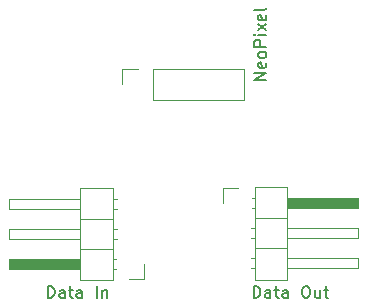
<source format=gto>
G04 #@! TF.GenerationSoftware,KiCad,Pcbnew,9.0.2*
G04 #@! TF.CreationDate,2025-07-05T11:04:00-07:00*
G04 #@! TF.ProjectId,Passive,50617373-6976-4652-9e6b-696361645f70,rev?*
G04 #@! TF.SameCoordinates,Original*
G04 #@! TF.FileFunction,Legend,Top*
G04 #@! TF.FilePolarity,Positive*
%FSLAX46Y46*%
G04 Gerber Fmt 4.6, Leading zero omitted, Abs format (unit mm)*
G04 Created by KiCad (PCBNEW 9.0.2) date 2025-07-05 11:04:00*
%MOMM*%
%LPD*%
G01*
G04 APERTURE LIST*
%ADD10C,0.150000*%
%ADD11C,0.120000*%
%ADD12C,2.700000*%
%ADD13R,1.700000X1.700000*%
%ADD14C,1.700000*%
G04 APERTURE END LIST*
D10*
X140976190Y-93954819D02*
X140976190Y-92954819D01*
X140976190Y-92954819D02*
X141214285Y-92954819D01*
X141214285Y-92954819D02*
X141357142Y-93002438D01*
X141357142Y-93002438D02*
X141452380Y-93097676D01*
X141452380Y-93097676D02*
X141499999Y-93192914D01*
X141499999Y-93192914D02*
X141547618Y-93383390D01*
X141547618Y-93383390D02*
X141547618Y-93526247D01*
X141547618Y-93526247D02*
X141499999Y-93716723D01*
X141499999Y-93716723D02*
X141452380Y-93811961D01*
X141452380Y-93811961D02*
X141357142Y-93907200D01*
X141357142Y-93907200D02*
X141214285Y-93954819D01*
X141214285Y-93954819D02*
X140976190Y-93954819D01*
X142404761Y-93954819D02*
X142404761Y-93431009D01*
X142404761Y-93431009D02*
X142357142Y-93335771D01*
X142357142Y-93335771D02*
X142261904Y-93288152D01*
X142261904Y-93288152D02*
X142071428Y-93288152D01*
X142071428Y-93288152D02*
X141976190Y-93335771D01*
X142404761Y-93907200D02*
X142309523Y-93954819D01*
X142309523Y-93954819D02*
X142071428Y-93954819D01*
X142071428Y-93954819D02*
X141976190Y-93907200D01*
X141976190Y-93907200D02*
X141928571Y-93811961D01*
X141928571Y-93811961D02*
X141928571Y-93716723D01*
X141928571Y-93716723D02*
X141976190Y-93621485D01*
X141976190Y-93621485D02*
X142071428Y-93573866D01*
X142071428Y-93573866D02*
X142309523Y-93573866D01*
X142309523Y-93573866D02*
X142404761Y-93526247D01*
X142738095Y-93288152D02*
X143119047Y-93288152D01*
X142880952Y-92954819D02*
X142880952Y-93811961D01*
X142880952Y-93811961D02*
X142928571Y-93907200D01*
X142928571Y-93907200D02*
X143023809Y-93954819D01*
X143023809Y-93954819D02*
X143119047Y-93954819D01*
X143880952Y-93954819D02*
X143880952Y-93431009D01*
X143880952Y-93431009D02*
X143833333Y-93335771D01*
X143833333Y-93335771D02*
X143738095Y-93288152D01*
X143738095Y-93288152D02*
X143547619Y-93288152D01*
X143547619Y-93288152D02*
X143452381Y-93335771D01*
X143880952Y-93907200D02*
X143785714Y-93954819D01*
X143785714Y-93954819D02*
X143547619Y-93954819D01*
X143547619Y-93954819D02*
X143452381Y-93907200D01*
X143452381Y-93907200D02*
X143404762Y-93811961D01*
X143404762Y-93811961D02*
X143404762Y-93716723D01*
X143404762Y-93716723D02*
X143452381Y-93621485D01*
X143452381Y-93621485D02*
X143547619Y-93573866D01*
X143547619Y-93573866D02*
X143785714Y-93573866D01*
X143785714Y-93573866D02*
X143880952Y-93526247D01*
X145119048Y-93954819D02*
X145119048Y-92954819D01*
X145595238Y-93288152D02*
X145595238Y-93954819D01*
X145595238Y-93383390D02*
X145642857Y-93335771D01*
X145642857Y-93335771D02*
X145738095Y-93288152D01*
X145738095Y-93288152D02*
X145880952Y-93288152D01*
X145880952Y-93288152D02*
X145976190Y-93335771D01*
X145976190Y-93335771D02*
X146023809Y-93431009D01*
X146023809Y-93431009D02*
X146023809Y-93954819D01*
X158404761Y-93954819D02*
X158404761Y-92954819D01*
X158404761Y-92954819D02*
X158642856Y-92954819D01*
X158642856Y-92954819D02*
X158785713Y-93002438D01*
X158785713Y-93002438D02*
X158880951Y-93097676D01*
X158880951Y-93097676D02*
X158928570Y-93192914D01*
X158928570Y-93192914D02*
X158976189Y-93383390D01*
X158976189Y-93383390D02*
X158976189Y-93526247D01*
X158976189Y-93526247D02*
X158928570Y-93716723D01*
X158928570Y-93716723D02*
X158880951Y-93811961D01*
X158880951Y-93811961D02*
X158785713Y-93907200D01*
X158785713Y-93907200D02*
X158642856Y-93954819D01*
X158642856Y-93954819D02*
X158404761Y-93954819D01*
X159833332Y-93954819D02*
X159833332Y-93431009D01*
X159833332Y-93431009D02*
X159785713Y-93335771D01*
X159785713Y-93335771D02*
X159690475Y-93288152D01*
X159690475Y-93288152D02*
X159499999Y-93288152D01*
X159499999Y-93288152D02*
X159404761Y-93335771D01*
X159833332Y-93907200D02*
X159738094Y-93954819D01*
X159738094Y-93954819D02*
X159499999Y-93954819D01*
X159499999Y-93954819D02*
X159404761Y-93907200D01*
X159404761Y-93907200D02*
X159357142Y-93811961D01*
X159357142Y-93811961D02*
X159357142Y-93716723D01*
X159357142Y-93716723D02*
X159404761Y-93621485D01*
X159404761Y-93621485D02*
X159499999Y-93573866D01*
X159499999Y-93573866D02*
X159738094Y-93573866D01*
X159738094Y-93573866D02*
X159833332Y-93526247D01*
X160166666Y-93288152D02*
X160547618Y-93288152D01*
X160309523Y-92954819D02*
X160309523Y-93811961D01*
X160309523Y-93811961D02*
X160357142Y-93907200D01*
X160357142Y-93907200D02*
X160452380Y-93954819D01*
X160452380Y-93954819D02*
X160547618Y-93954819D01*
X161309523Y-93954819D02*
X161309523Y-93431009D01*
X161309523Y-93431009D02*
X161261904Y-93335771D01*
X161261904Y-93335771D02*
X161166666Y-93288152D01*
X161166666Y-93288152D02*
X160976190Y-93288152D01*
X160976190Y-93288152D02*
X160880952Y-93335771D01*
X161309523Y-93907200D02*
X161214285Y-93954819D01*
X161214285Y-93954819D02*
X160976190Y-93954819D01*
X160976190Y-93954819D02*
X160880952Y-93907200D01*
X160880952Y-93907200D02*
X160833333Y-93811961D01*
X160833333Y-93811961D02*
X160833333Y-93716723D01*
X160833333Y-93716723D02*
X160880952Y-93621485D01*
X160880952Y-93621485D02*
X160976190Y-93573866D01*
X160976190Y-93573866D02*
X161214285Y-93573866D01*
X161214285Y-93573866D02*
X161309523Y-93526247D01*
X162738095Y-92954819D02*
X162928571Y-92954819D01*
X162928571Y-92954819D02*
X163023809Y-93002438D01*
X163023809Y-93002438D02*
X163119047Y-93097676D01*
X163119047Y-93097676D02*
X163166666Y-93288152D01*
X163166666Y-93288152D02*
X163166666Y-93621485D01*
X163166666Y-93621485D02*
X163119047Y-93811961D01*
X163119047Y-93811961D02*
X163023809Y-93907200D01*
X163023809Y-93907200D02*
X162928571Y-93954819D01*
X162928571Y-93954819D02*
X162738095Y-93954819D01*
X162738095Y-93954819D02*
X162642857Y-93907200D01*
X162642857Y-93907200D02*
X162547619Y-93811961D01*
X162547619Y-93811961D02*
X162500000Y-93621485D01*
X162500000Y-93621485D02*
X162500000Y-93288152D01*
X162500000Y-93288152D02*
X162547619Y-93097676D01*
X162547619Y-93097676D02*
X162642857Y-93002438D01*
X162642857Y-93002438D02*
X162738095Y-92954819D01*
X164023809Y-93288152D02*
X164023809Y-93954819D01*
X163595238Y-93288152D02*
X163595238Y-93811961D01*
X163595238Y-93811961D02*
X163642857Y-93907200D01*
X163642857Y-93907200D02*
X163738095Y-93954819D01*
X163738095Y-93954819D02*
X163880952Y-93954819D01*
X163880952Y-93954819D02*
X163976190Y-93907200D01*
X163976190Y-93907200D02*
X164023809Y-93859580D01*
X164357143Y-93288152D02*
X164738095Y-93288152D01*
X164500000Y-92954819D02*
X164500000Y-93811961D01*
X164500000Y-93811961D02*
X164547619Y-93907200D01*
X164547619Y-93907200D02*
X164642857Y-93954819D01*
X164642857Y-93954819D02*
X164738095Y-93954819D01*
X159459819Y-75499999D02*
X158459819Y-75499999D01*
X158459819Y-75499999D02*
X159459819Y-74928571D01*
X159459819Y-74928571D02*
X158459819Y-74928571D01*
X159412200Y-74071428D02*
X159459819Y-74166666D01*
X159459819Y-74166666D02*
X159459819Y-74357142D01*
X159459819Y-74357142D02*
X159412200Y-74452380D01*
X159412200Y-74452380D02*
X159316961Y-74499999D01*
X159316961Y-74499999D02*
X158936009Y-74499999D01*
X158936009Y-74499999D02*
X158840771Y-74452380D01*
X158840771Y-74452380D02*
X158793152Y-74357142D01*
X158793152Y-74357142D02*
X158793152Y-74166666D01*
X158793152Y-74166666D02*
X158840771Y-74071428D01*
X158840771Y-74071428D02*
X158936009Y-74023809D01*
X158936009Y-74023809D02*
X159031247Y-74023809D01*
X159031247Y-74023809D02*
X159126485Y-74499999D01*
X159459819Y-73452380D02*
X159412200Y-73547618D01*
X159412200Y-73547618D02*
X159364580Y-73595237D01*
X159364580Y-73595237D02*
X159269342Y-73642856D01*
X159269342Y-73642856D02*
X158983628Y-73642856D01*
X158983628Y-73642856D02*
X158888390Y-73595237D01*
X158888390Y-73595237D02*
X158840771Y-73547618D01*
X158840771Y-73547618D02*
X158793152Y-73452380D01*
X158793152Y-73452380D02*
X158793152Y-73309523D01*
X158793152Y-73309523D02*
X158840771Y-73214285D01*
X158840771Y-73214285D02*
X158888390Y-73166666D01*
X158888390Y-73166666D02*
X158983628Y-73119047D01*
X158983628Y-73119047D02*
X159269342Y-73119047D01*
X159269342Y-73119047D02*
X159364580Y-73166666D01*
X159364580Y-73166666D02*
X159412200Y-73214285D01*
X159412200Y-73214285D02*
X159459819Y-73309523D01*
X159459819Y-73309523D02*
X159459819Y-73452380D01*
X159459819Y-72690475D02*
X158459819Y-72690475D01*
X158459819Y-72690475D02*
X158459819Y-72309523D01*
X158459819Y-72309523D02*
X158507438Y-72214285D01*
X158507438Y-72214285D02*
X158555057Y-72166666D01*
X158555057Y-72166666D02*
X158650295Y-72119047D01*
X158650295Y-72119047D02*
X158793152Y-72119047D01*
X158793152Y-72119047D02*
X158888390Y-72166666D01*
X158888390Y-72166666D02*
X158936009Y-72214285D01*
X158936009Y-72214285D02*
X158983628Y-72309523D01*
X158983628Y-72309523D02*
X158983628Y-72690475D01*
X159459819Y-71690475D02*
X158793152Y-71690475D01*
X158459819Y-71690475D02*
X158507438Y-71738094D01*
X158507438Y-71738094D02*
X158555057Y-71690475D01*
X158555057Y-71690475D02*
X158507438Y-71642856D01*
X158507438Y-71642856D02*
X158459819Y-71690475D01*
X158459819Y-71690475D02*
X158555057Y-71690475D01*
X159459819Y-71309523D02*
X158793152Y-70785714D01*
X158793152Y-71309523D02*
X159459819Y-70785714D01*
X159412200Y-70023809D02*
X159459819Y-70119047D01*
X159459819Y-70119047D02*
X159459819Y-70309523D01*
X159459819Y-70309523D02*
X159412200Y-70404761D01*
X159412200Y-70404761D02*
X159316961Y-70452380D01*
X159316961Y-70452380D02*
X158936009Y-70452380D01*
X158936009Y-70452380D02*
X158840771Y-70404761D01*
X158840771Y-70404761D02*
X158793152Y-70309523D01*
X158793152Y-70309523D02*
X158793152Y-70119047D01*
X158793152Y-70119047D02*
X158840771Y-70023809D01*
X158840771Y-70023809D02*
X158936009Y-69976190D01*
X158936009Y-69976190D02*
X159031247Y-69976190D01*
X159031247Y-69976190D02*
X159126485Y-70452380D01*
X159459819Y-69404761D02*
X159412200Y-69499999D01*
X159412200Y-69499999D02*
X159316961Y-69547618D01*
X159316961Y-69547618D02*
X158459819Y-69547618D01*
D11*
X149155000Y-92350000D02*
X147885000Y-92350000D01*
X149155000Y-91080000D02*
X149155000Y-92350000D01*
X146807642Y-88970000D02*
X146495000Y-88970000D01*
X146807642Y-88110000D02*
X146495000Y-88110000D01*
X146807642Y-86430000D02*
X146495000Y-86430000D01*
X146807642Y-85570000D02*
X146495000Y-85570000D01*
X146725000Y-91510000D02*
X146495000Y-91510000D01*
X146725000Y-90650000D02*
X146495000Y-90650000D01*
X146495000Y-92460000D02*
X146495000Y-84620000D01*
X146495000Y-89810000D02*
X143735000Y-89810000D01*
X146495000Y-87270000D02*
X143735000Y-87270000D01*
X146495000Y-84620000D02*
X143735000Y-84620000D01*
X143735000Y-92460000D02*
X146495000Y-92460000D01*
X143735000Y-88970000D02*
X137735000Y-88970000D01*
X143735000Y-86430000D02*
X137735000Y-86430000D01*
X143735000Y-84620000D02*
X143735000Y-92460000D01*
X137735000Y-88970000D02*
X137735000Y-88110000D01*
X137735000Y-88110000D02*
X143735000Y-88110000D01*
X137735000Y-86430000D02*
X137735000Y-85570000D01*
X137735000Y-85570000D02*
X143735000Y-85570000D01*
X143735000Y-91510000D02*
X137735000Y-91510000D01*
X137735000Y-90650000D01*
X143735000Y-90650000D01*
X143735000Y-91510000D01*
G36*
X143735000Y-91510000D02*
G01*
X137735000Y-91510000D01*
X137735000Y-90650000D01*
X143735000Y-90650000D01*
X143735000Y-91510000D01*
G37*
X161265000Y-85530000D02*
X167265000Y-85530000D01*
X167265000Y-86390000D01*
X161265000Y-86390000D01*
X161265000Y-85530000D01*
G36*
X161265000Y-85530000D02*
G01*
X167265000Y-85530000D01*
X167265000Y-86390000D01*
X161265000Y-86390000D01*
X161265000Y-85530000D01*
G37*
X167265000Y-91470000D02*
X161265000Y-91470000D01*
X167265000Y-90610000D02*
X167265000Y-91470000D01*
X167265000Y-88930000D02*
X161265000Y-88930000D01*
X167265000Y-88070000D02*
X167265000Y-88930000D01*
X161265000Y-92420000D02*
X161265000Y-84580000D01*
X161265000Y-90610000D02*
X167265000Y-90610000D01*
X161265000Y-88070000D02*
X167265000Y-88070000D01*
X161265000Y-84580000D02*
X158505000Y-84580000D01*
X158505000Y-92420000D02*
X161265000Y-92420000D01*
X158505000Y-89770000D02*
X161265000Y-89770000D01*
X158505000Y-87230000D02*
X161265000Y-87230000D01*
X158505000Y-84580000D02*
X158505000Y-92420000D01*
X158275000Y-86390000D02*
X158505000Y-86390000D01*
X158275000Y-85530000D02*
X158505000Y-85530000D01*
X158192358Y-91470000D02*
X158505000Y-91470000D01*
X158192358Y-90610000D02*
X158505000Y-90610000D01*
X158192358Y-88930000D02*
X158505000Y-88930000D01*
X158192358Y-88070000D02*
X158505000Y-88070000D01*
X155845000Y-85960000D02*
X155845000Y-84690000D01*
X155845000Y-84690000D02*
X157115000Y-84690000D01*
X149885000Y-77215000D02*
X157565000Y-77215000D01*
X149885000Y-77215000D02*
X149885000Y-74555000D01*
X157565000Y-77215000D02*
X157565000Y-74555000D01*
X147285000Y-75885000D02*
X147285000Y-74555000D01*
X147285000Y-74555000D02*
X148615000Y-74555000D01*
X149885000Y-74555000D02*
X157565000Y-74555000D01*
%LPC*%
D12*
X152500000Y-81500000D03*
D13*
X147885000Y-91080000D03*
D14*
X147885000Y-88540000D03*
X147885000Y-86000000D03*
X157115000Y-91040000D03*
X157115000Y-88500000D03*
D13*
X157115000Y-85960000D03*
X148615000Y-75885000D03*
D14*
X151155000Y-75885000D03*
X153695000Y-75885000D03*
X156235000Y-75885000D03*
%LPD*%
M02*

</source>
